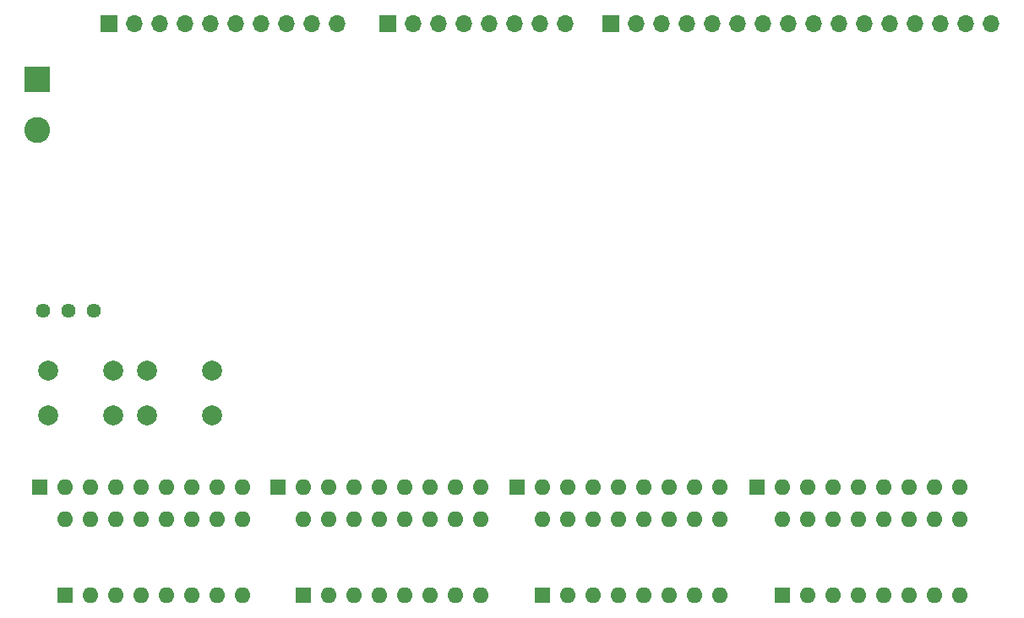
<source format=gbr>
%TF.GenerationSoftware,KiCad,Pcbnew,(6.0.0-0)*%
%TF.CreationDate,2022-03-08T07:21:29-05:00*%
%TF.ProjectId,Module-Tester,4d6f6475-6c65-42d5-9465-737465722e6b,rev?*%
%TF.SameCoordinates,Original*%
%TF.FileFunction,Soldermask,Bot*%
%TF.FilePolarity,Negative*%
%FSLAX46Y46*%
G04 Gerber Fmt 4.6, Leading zero omitted, Abs format (unit mm)*
G04 Created by KiCad (PCBNEW (6.0.0-0)) date 2022-03-08 07:21:29*
%MOMM*%
%LPD*%
G01*
G04 APERTURE LIST*
%ADD10R,1.600000X1.600000*%
%ADD11O,1.600000X1.600000*%
%ADD12R,1.700000X1.700000*%
%ADD13O,1.700000X1.700000*%
%ADD14C,2.000000*%
%ADD15C,1.440000*%
%ADD16R,2.600000X2.600000*%
%ADD17C,2.600000*%
G04 APERTURE END LIST*
D10*
%TO.C,RN3*%
X175874000Y-120002000D03*
D11*
X178414000Y-120002000D03*
X180954000Y-120002000D03*
X183494000Y-120002000D03*
X186034000Y-120002000D03*
X188574000Y-120002000D03*
X191114000Y-120002000D03*
X193654000Y-120002000D03*
X196194000Y-120002000D03*
%TD*%
D12*
%TO.C,J3*%
X138830000Y-73520000D03*
D13*
X141370000Y-73520000D03*
X143910000Y-73520000D03*
X146450000Y-73520000D03*
X148990000Y-73520000D03*
X151530000Y-73520000D03*
X154070000Y-73520000D03*
X156610000Y-73520000D03*
%TD*%
D10*
%TO.C,SW4*%
X154299000Y-130881500D03*
D11*
X156839000Y-130881500D03*
X159379000Y-130881500D03*
X161919000Y-130881500D03*
X164459000Y-130881500D03*
X166999000Y-130881500D03*
X169539000Y-130881500D03*
X172079000Y-130881500D03*
X172079000Y-123261500D03*
X169539000Y-123261500D03*
X166999000Y-123261500D03*
X164459000Y-123261500D03*
X161919000Y-123261500D03*
X159379000Y-123261500D03*
X156839000Y-123261500D03*
X154299000Y-123261500D03*
%TD*%
D10*
%TO.C,SW1*%
X106522000Y-130881500D03*
D11*
X109062000Y-130881500D03*
X111602000Y-130881500D03*
X114142000Y-130881500D03*
X116682000Y-130881500D03*
X119222000Y-130881500D03*
X121762000Y-130881500D03*
X124302000Y-130881500D03*
X124302000Y-123261500D03*
X121762000Y-123261500D03*
X119222000Y-123261500D03*
X116682000Y-123261500D03*
X114142000Y-123261500D03*
X111602000Y-123261500D03*
X109062000Y-123261500D03*
X106522000Y-123261500D03*
%TD*%
D14*
%TO.C,SW6*%
X121252000Y-108354000D03*
X114752000Y-108354000D03*
X114752000Y-112854000D03*
X121252000Y-112854000D03*
%TD*%
%TO.C,SW5*%
X111346000Y-108354000D03*
X104846000Y-108354000D03*
X111346000Y-112854000D03*
X104846000Y-112854000D03*
%TD*%
D10*
%TO.C,SW3*%
X178389000Y-130881500D03*
D11*
X180929000Y-130881500D03*
X183469000Y-130881500D03*
X186009000Y-130881500D03*
X188549000Y-130881500D03*
X191089000Y-130881500D03*
X193629000Y-130881500D03*
X196169000Y-130881500D03*
X196169000Y-123261500D03*
X193629000Y-123261500D03*
X191089000Y-123261500D03*
X188549000Y-123261500D03*
X186009000Y-123261500D03*
X183469000Y-123261500D03*
X180929000Y-123261500D03*
X178389000Y-123261500D03*
%TD*%
D15*
%TO.C,RV1*%
X104301000Y-102297000D03*
X106841000Y-102297000D03*
X109381000Y-102297000D03*
%TD*%
D16*
%TO.C,J1*%
X103727000Y-79103000D03*
D17*
X103727000Y-84183000D03*
%TD*%
D12*
%TO.C,J2*%
X110890000Y-73520000D03*
D13*
X113430000Y-73520000D03*
X115970000Y-73520000D03*
X118510000Y-73520000D03*
X121050000Y-73520000D03*
X123590000Y-73520000D03*
X126130000Y-73520000D03*
X128670000Y-73520000D03*
X131210000Y-73520000D03*
X133750000Y-73520000D03*
%TD*%
D10*
%TO.C,RN1*%
X103992000Y-120002000D03*
D11*
X106532000Y-120002000D03*
X109072000Y-120002000D03*
X111612000Y-120002000D03*
X114152000Y-120002000D03*
X116692000Y-120002000D03*
X119232000Y-120002000D03*
X121772000Y-120002000D03*
X124312000Y-120002000D03*
%TD*%
D10*
%TO.C,RN2*%
X127868000Y-120002000D03*
D11*
X130408000Y-120002000D03*
X132948000Y-120002000D03*
X135488000Y-120002000D03*
X138028000Y-120002000D03*
X140568000Y-120002000D03*
X143108000Y-120002000D03*
X145648000Y-120002000D03*
X148188000Y-120002000D03*
%TD*%
D10*
%TO.C,SW2*%
X130398000Y-130881500D03*
D11*
X132938000Y-130881500D03*
X135478000Y-130881500D03*
X138018000Y-130881500D03*
X140558000Y-130881500D03*
X143098000Y-130881500D03*
X145638000Y-130881500D03*
X148178000Y-130881500D03*
X148178000Y-123261500D03*
X145638000Y-123261500D03*
X143098000Y-123261500D03*
X140558000Y-123261500D03*
X138018000Y-123261500D03*
X135478000Y-123261500D03*
X132938000Y-123261500D03*
X130398000Y-123261500D03*
%TD*%
D12*
%TO.C,J4*%
X161182000Y-73520000D03*
D13*
X163722000Y-73520000D03*
X166262000Y-73520000D03*
X168802000Y-73520000D03*
X171342000Y-73520000D03*
X173882000Y-73520000D03*
X176422000Y-73520000D03*
X178962000Y-73520000D03*
X181502000Y-73520000D03*
X184042000Y-73520000D03*
X186582000Y-73520000D03*
X189122000Y-73520000D03*
X191662000Y-73520000D03*
X194202000Y-73520000D03*
X196742000Y-73520000D03*
X199282000Y-73520000D03*
%TD*%
D10*
%TO.C,RN4*%
X151759000Y-120002000D03*
D11*
X154299000Y-120002000D03*
X156839000Y-120002000D03*
X159379000Y-120002000D03*
X161919000Y-120002000D03*
X164459000Y-120002000D03*
X166999000Y-120002000D03*
X169539000Y-120002000D03*
X172079000Y-120002000D03*
%TD*%
M02*

</source>
